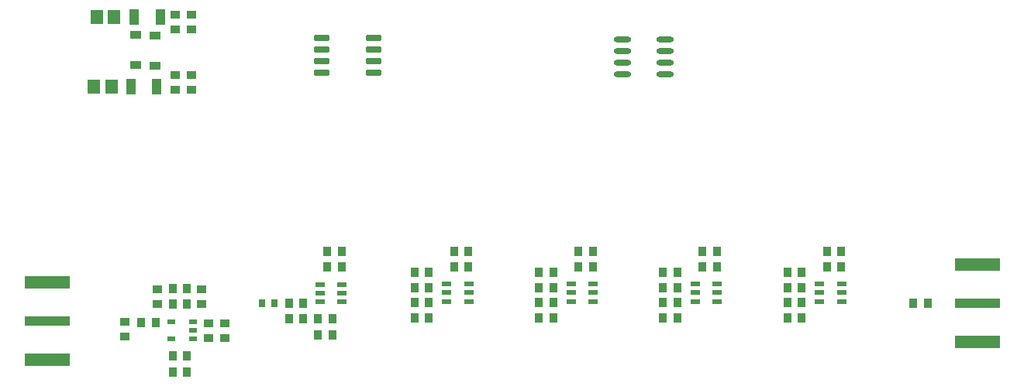
<source format=gtp>
G04*
G04 #@! TF.GenerationSoftware,Altium Limited,Altium Designer,19.0.15 (446)*
G04*
G04 Layer_Color=8421504*
%FSLAX25Y25*%
%MOIN*%
G70*
G01*
G75*
%ADD17R,0.03543X0.03937*%
%ADD18R,0.04331X0.02362*%
%ADD19R,0.19685X0.03937*%
%ADD20R,0.19685X0.05512*%
%ADD21R,0.03937X0.03543*%
%ADD22R,0.02756X0.03543*%
%ADD23R,0.03543X0.02362*%
%ADD24O,0.07480X0.02362*%
%ADD25R,0.03937X0.07087*%
%ADD26R,0.05472X0.06260*%
%ADD27R,0.04803X0.03602*%
G04:AMPARAMS|DCode=28|XSize=25.59mil|YSize=64.96mil|CornerRadius=1.92mil|HoleSize=0mil|Usage=FLASHONLY|Rotation=270.000|XOffset=0mil|YOffset=0mil|HoleType=Round|Shape=RoundedRectangle|*
%AMROUNDEDRECTD28*
21,1,0.02559,0.06112,0,0,270.0*
21,1,0.02175,0.06496,0,0,270.0*
1,1,0.00384,-0.03056,-0.01088*
1,1,0.00384,-0.03056,0.01088*
1,1,0.00384,0.03056,0.01088*
1,1,0.00384,0.03056,-0.01088*
%
%ADD28ROUNDEDRECTD28*%
D17*
X267850Y321417D02*
D03*
X274150D02*
D03*
X267850Y314717D02*
D03*
X274150D02*
D03*
X267850Y327917D02*
D03*
X274150D02*
D03*
X267850Y334417D02*
D03*
X274150D02*
D03*
X284850Y336917D02*
D03*
X291150D02*
D03*
X284850Y343417D02*
D03*
X291150D02*
D03*
X488650Y321177D02*
D03*
X482350D02*
D03*
X220150D02*
D03*
X213850D02*
D03*
X220150Y314417D02*
D03*
X213850D02*
D03*
X226350Y307417D02*
D03*
X232650D02*
D03*
X226350Y314417D02*
D03*
X232650D02*
D03*
X230350Y336917D02*
D03*
X236650D02*
D03*
X230350Y343417D02*
D03*
X236650D02*
D03*
X170150Y327417D02*
D03*
X163850D02*
D03*
X170150Y320917D02*
D03*
X163850D02*
D03*
X156650Y312917D02*
D03*
X150350D02*
D03*
X170150Y291417D02*
D03*
X163850D02*
D03*
X170150Y298417D02*
D03*
X163850D02*
D03*
X321350Y321417D02*
D03*
X327650D02*
D03*
X374701D02*
D03*
X381000D02*
D03*
X428201D02*
D03*
X434500D02*
D03*
X321350Y327917D02*
D03*
X327650D02*
D03*
X374701D02*
D03*
X381000D02*
D03*
X428201D02*
D03*
X434500D02*
D03*
X321350Y334417D02*
D03*
X327650D02*
D03*
X374701D02*
D03*
X381000D02*
D03*
X428201D02*
D03*
X434500D02*
D03*
X338350Y336917D02*
D03*
X344650D02*
D03*
X391701D02*
D03*
X398000D02*
D03*
X445201D02*
D03*
X451500D02*
D03*
X338350Y343417D02*
D03*
X344650D02*
D03*
X391701D02*
D03*
X398000D02*
D03*
X445201D02*
D03*
X451500D02*
D03*
X321350Y314717D02*
D03*
X327650D02*
D03*
X374701D02*
D03*
X381000D02*
D03*
X428201D02*
D03*
X434500D02*
D03*
D18*
X291224Y329457D02*
D03*
Y325716D02*
D03*
Y321976D02*
D03*
X281776D02*
D03*
Y325716D02*
D03*
Y329457D02*
D03*
X236724Y329157D02*
D03*
Y325417D02*
D03*
Y321677D02*
D03*
X227276D02*
D03*
Y325417D02*
D03*
Y329157D02*
D03*
X344724Y329457D02*
D03*
Y325716D02*
D03*
Y321976D02*
D03*
X335276D02*
D03*
Y325716D02*
D03*
Y329457D02*
D03*
X398075D02*
D03*
Y325716D02*
D03*
Y321976D02*
D03*
X388626D02*
D03*
Y325716D02*
D03*
Y329457D02*
D03*
X451575D02*
D03*
Y325716D02*
D03*
Y321976D02*
D03*
X442126D02*
D03*
Y325716D02*
D03*
Y329457D02*
D03*
D19*
X110000Y313417D02*
D03*
X509842Y321177D02*
D03*
D20*
X110000Y296685D02*
D03*
Y330150D02*
D03*
X509842Y337910D02*
D03*
Y304445D02*
D03*
D21*
X176500Y320768D02*
D03*
Y327067D02*
D03*
X157500D02*
D03*
Y320768D02*
D03*
X143500Y313067D02*
D03*
Y306768D02*
D03*
X179500Y312567D02*
D03*
Y306268D02*
D03*
X186500Y312567D02*
D03*
Y306268D02*
D03*
X172000Y419571D02*
D03*
Y413272D02*
D03*
X165000Y419571D02*
D03*
Y413272D02*
D03*
Y439122D02*
D03*
Y445421D02*
D03*
X172000Y439272D02*
D03*
Y445571D02*
D03*
D22*
X202244Y321177D02*
D03*
X207756D02*
D03*
D23*
X172724Y305677D02*
D03*
Y309417D02*
D03*
Y313158D02*
D03*
X163276D02*
D03*
Y305677D02*
D03*
D24*
X357185Y434925D02*
D03*
Y429925D02*
D03*
Y424925D02*
D03*
Y419925D02*
D03*
X375689Y434925D02*
D03*
Y429925D02*
D03*
Y424925D02*
D03*
Y419925D02*
D03*
D25*
X145988Y414421D02*
D03*
X157012D02*
D03*
X158512Y444421D02*
D03*
X147488D02*
D03*
D26*
X137618Y414421D02*
D03*
X130098D02*
D03*
X138760Y444421D02*
D03*
X131240D02*
D03*
D27*
X148000Y436868D02*
D03*
Y423974D02*
D03*
X156500Y436368D02*
D03*
Y423474D02*
D03*
D28*
X227965Y435409D02*
D03*
Y430409D02*
D03*
Y425410D02*
D03*
Y420409D02*
D03*
X250209Y435409D02*
D03*
Y430409D02*
D03*
Y425410D02*
D03*
Y420409D02*
D03*
M02*

</source>
